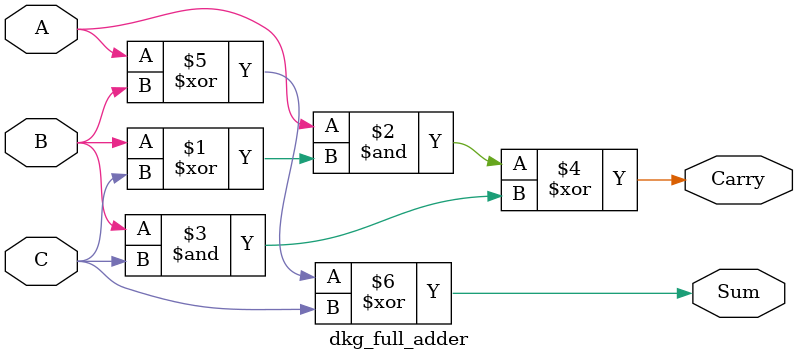
<source format=v>
`timescale 1ns / 1ps


module adder (input1, input2, product, carry_out);
parameter N = 64;
input [N-1:0] input1, input2;
output [N:0] product;
output carry_out;
wire [N-1:0] answer;
wire [N-1:0] carry;
genvar i;
generate
   for (i = 0; i < N; i = i + 1)
     begin: generate_N_bit_Adder
        if (i == 0)
          dkg_full_adder f(input1[0], input2[0], 1'b0, answer[0], carry[0]);
        else if (i == N-1)
          dkg_full_adder f(input1[i], input2[i], carry[i-1], answer[i], carry_out);
        else
          dkg_full_adder f(input1[i], input2[i], carry[i-1], answer[i], carry[i]);
     end
  assign carry_out = carry[N-1];
  assign product = {carry_out, answer};
endgenerate
endmodule

//Full adder design using reversible dkg logic
module dkg_full_adder(A, B,C,Sum, Carry);
input A, B, C;
output Sum, Carry;
assign Carry = (A & (B ^ C))^(B & C);
assign Sum = A ^ B ^ C;
endmodule

</source>
